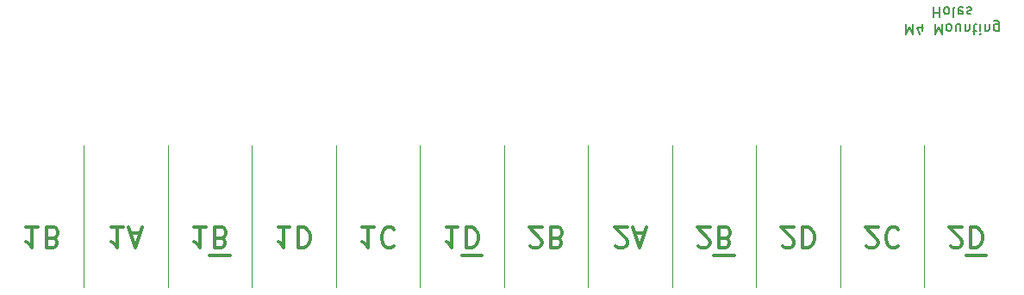
<source format=gbr>
%TF.GenerationSoftware,KiCad,Pcbnew,5.1.10*%
%TF.CreationDate,2021-12-02T21:41:10+00:00*%
%TF.ProjectId,ELE3044 - Tractor Tracker,454c4533-3034-4342-902d-205472616374,rev?*%
%TF.SameCoordinates,Original*%
%TF.FileFunction,Legend,Bot*%
%TF.FilePolarity,Positive*%
%FSLAX46Y46*%
G04 Gerber Fmt 4.6, Leading zero omitted, Abs format (unit mm)*
G04 Created by KiCad (PCBNEW 5.1.10) date 2021-12-02 21:41:10*
%MOMM*%
%LPD*%
G01*
G04 APERTURE LIST*
%ADD10C,0.150000*%
%ADD11C,0.120000*%
%ADD12C,0.300000*%
G04 APERTURE END LIST*
D10*
X189452380Y-138072619D02*
X189452380Y-139072619D01*
X189785714Y-138358333D01*
X190119047Y-139072619D01*
X190119047Y-138072619D01*
X191023809Y-138739285D02*
X191023809Y-138072619D01*
X190785714Y-139120238D02*
X190547619Y-138405952D01*
X191166666Y-138405952D01*
X192309523Y-138072619D02*
X192309523Y-139072619D01*
X192642857Y-138358333D01*
X192976190Y-139072619D01*
X192976190Y-138072619D01*
X193595238Y-138072619D02*
X193500000Y-138120238D01*
X193452380Y-138167857D01*
X193404761Y-138263095D01*
X193404761Y-138548809D01*
X193452380Y-138644047D01*
X193500000Y-138691666D01*
X193595238Y-138739285D01*
X193738095Y-138739285D01*
X193833333Y-138691666D01*
X193880952Y-138644047D01*
X193928571Y-138548809D01*
X193928571Y-138263095D01*
X193880952Y-138167857D01*
X193833333Y-138120238D01*
X193738095Y-138072619D01*
X193595238Y-138072619D01*
X194785714Y-138739285D02*
X194785714Y-138072619D01*
X194357142Y-138739285D02*
X194357142Y-138215476D01*
X194404761Y-138120238D01*
X194500000Y-138072619D01*
X194642857Y-138072619D01*
X194738095Y-138120238D01*
X194785714Y-138167857D01*
X195261904Y-138739285D02*
X195261904Y-138072619D01*
X195261904Y-138644047D02*
X195309523Y-138691666D01*
X195404761Y-138739285D01*
X195547619Y-138739285D01*
X195642857Y-138691666D01*
X195690476Y-138596428D01*
X195690476Y-138072619D01*
X196023809Y-138739285D02*
X196404761Y-138739285D01*
X196166666Y-139072619D02*
X196166666Y-138215476D01*
X196214285Y-138120238D01*
X196309523Y-138072619D01*
X196404761Y-138072619D01*
X196738095Y-138072619D02*
X196738095Y-138739285D01*
X196738095Y-139072619D02*
X196690476Y-139025000D01*
X196738095Y-138977380D01*
X196785714Y-139025000D01*
X196738095Y-139072619D01*
X196738095Y-138977380D01*
X197214285Y-138739285D02*
X197214285Y-138072619D01*
X197214285Y-138644047D02*
X197261904Y-138691666D01*
X197357142Y-138739285D01*
X197500000Y-138739285D01*
X197595238Y-138691666D01*
X197642857Y-138596428D01*
X197642857Y-138072619D01*
X198547619Y-138739285D02*
X198547619Y-137929761D01*
X198500000Y-137834523D01*
X198452380Y-137786904D01*
X198357142Y-137739285D01*
X198214285Y-137739285D01*
X198119047Y-137786904D01*
X198547619Y-138120238D02*
X198452380Y-138072619D01*
X198261904Y-138072619D01*
X198166666Y-138120238D01*
X198119047Y-138167857D01*
X198071428Y-138263095D01*
X198071428Y-138548809D01*
X198119047Y-138644047D01*
X198166666Y-138691666D01*
X198261904Y-138739285D01*
X198452380Y-138739285D01*
X198547619Y-138691666D01*
X192166666Y-136422619D02*
X192166666Y-137422619D01*
X192166666Y-136946428D02*
X192738095Y-136946428D01*
X192738095Y-136422619D02*
X192738095Y-137422619D01*
X193357142Y-136422619D02*
X193261904Y-136470238D01*
X193214285Y-136517857D01*
X193166666Y-136613095D01*
X193166666Y-136898809D01*
X193214285Y-136994047D01*
X193261904Y-137041666D01*
X193357142Y-137089285D01*
X193500000Y-137089285D01*
X193595238Y-137041666D01*
X193642857Y-136994047D01*
X193690476Y-136898809D01*
X193690476Y-136613095D01*
X193642857Y-136517857D01*
X193595238Y-136470238D01*
X193500000Y-136422619D01*
X193357142Y-136422619D01*
X194261904Y-136422619D02*
X194166666Y-136470238D01*
X194119047Y-136565476D01*
X194119047Y-137422619D01*
X195023809Y-136470238D02*
X194928571Y-136422619D01*
X194738095Y-136422619D01*
X194642857Y-136470238D01*
X194595238Y-136565476D01*
X194595238Y-136946428D01*
X194642857Y-137041666D01*
X194738095Y-137089285D01*
X194928571Y-137089285D01*
X195023809Y-137041666D01*
X195071428Y-136946428D01*
X195071428Y-136851190D01*
X194595238Y-136755952D01*
X195452380Y-136470238D02*
X195547619Y-136422619D01*
X195738095Y-136422619D01*
X195833333Y-136470238D01*
X195880952Y-136565476D01*
X195880952Y-136613095D01*
X195833333Y-136708333D01*
X195738095Y-136755952D01*
X195595238Y-136755952D01*
X195500000Y-136803571D01*
X195452380Y-136898809D01*
X195452380Y-136946428D01*
X195500000Y-137041666D01*
X195595238Y-137089285D01*
X195738095Y-137089285D01*
X195833333Y-137041666D01*
D11*
X191252500Y-150000000D02*
X191252500Y-164000000D01*
X133467500Y-150000000D02*
X133467500Y-164000000D01*
X182997500Y-150000000D02*
X182997500Y-164000000D01*
X174742500Y-150000000D02*
X174742500Y-164000000D01*
X166487500Y-150000000D02*
X166487500Y-164000000D01*
X158232500Y-150000000D02*
X158232500Y-164000000D01*
X149977500Y-150000000D02*
X149977500Y-164000000D01*
X141722500Y-150000000D02*
X141722500Y-164000000D01*
X125212500Y-150000000D02*
X125212500Y-164000000D01*
X116957500Y-150000000D02*
X116957500Y-164000000D01*
X108702500Y-150000000D02*
X108702500Y-164000000D01*
D12*
X193808571Y-159904761D02*
X193903809Y-160000000D01*
X194094285Y-160095238D01*
X194570476Y-160095238D01*
X194760952Y-160000000D01*
X194856190Y-159904761D01*
X194951428Y-159714285D01*
X194951428Y-159523809D01*
X194856190Y-159238095D01*
X193713333Y-158095238D01*
X194951428Y-158095238D01*
X195332380Y-160830000D02*
X197332380Y-160830000D01*
X195808571Y-158095238D02*
X195808571Y-160095238D01*
X196284761Y-160095238D01*
X196570476Y-160000000D01*
X196760952Y-159809523D01*
X196856190Y-159619047D01*
X196951428Y-159238095D01*
X196951428Y-158952380D01*
X196856190Y-158571428D01*
X196760952Y-158380952D01*
X196570476Y-158190476D01*
X196284761Y-158095238D01*
X195808571Y-158095238D01*
X185553571Y-159904761D02*
X185648809Y-160000000D01*
X185839285Y-160095238D01*
X186315476Y-160095238D01*
X186505952Y-160000000D01*
X186601190Y-159904761D01*
X186696428Y-159714285D01*
X186696428Y-159523809D01*
X186601190Y-159238095D01*
X185458333Y-158095238D01*
X186696428Y-158095238D01*
X188696428Y-158285714D02*
X188601190Y-158190476D01*
X188315476Y-158095238D01*
X188125000Y-158095238D01*
X187839285Y-158190476D01*
X187648809Y-158380952D01*
X187553571Y-158571428D01*
X187458333Y-158952380D01*
X187458333Y-159238095D01*
X187553571Y-159619047D01*
X187648809Y-159809523D01*
X187839285Y-160000000D01*
X188125000Y-160095238D01*
X188315476Y-160095238D01*
X188601190Y-160000000D01*
X188696428Y-159904761D01*
X177298571Y-159904761D02*
X177393809Y-160000000D01*
X177584285Y-160095238D01*
X178060476Y-160095238D01*
X178250952Y-160000000D01*
X178346190Y-159904761D01*
X178441428Y-159714285D01*
X178441428Y-159523809D01*
X178346190Y-159238095D01*
X177203333Y-158095238D01*
X178441428Y-158095238D01*
X179298571Y-158095238D02*
X179298571Y-160095238D01*
X179774761Y-160095238D01*
X180060476Y-160000000D01*
X180250952Y-159809523D01*
X180346190Y-159619047D01*
X180441428Y-159238095D01*
X180441428Y-158952380D01*
X180346190Y-158571428D01*
X180250952Y-158380952D01*
X180060476Y-158190476D01*
X179774761Y-158095238D01*
X179298571Y-158095238D01*
X169043571Y-159904761D02*
X169138809Y-160000000D01*
X169329285Y-160095238D01*
X169805476Y-160095238D01*
X169995952Y-160000000D01*
X170091190Y-159904761D01*
X170186428Y-159714285D01*
X170186428Y-159523809D01*
X170091190Y-159238095D01*
X168948333Y-158095238D01*
X170186428Y-158095238D01*
X170567380Y-160830000D02*
X172567380Y-160830000D01*
X171710238Y-159142857D02*
X171995952Y-159047619D01*
X172091190Y-158952380D01*
X172186428Y-158761904D01*
X172186428Y-158476190D01*
X172091190Y-158285714D01*
X171995952Y-158190476D01*
X171805476Y-158095238D01*
X171043571Y-158095238D01*
X171043571Y-160095238D01*
X171710238Y-160095238D01*
X171900714Y-160000000D01*
X171995952Y-159904761D01*
X172091190Y-159714285D01*
X172091190Y-159523809D01*
X171995952Y-159333333D01*
X171900714Y-159238095D01*
X171710238Y-159142857D01*
X171043571Y-159142857D01*
X160931428Y-159904761D02*
X161026666Y-160000000D01*
X161217142Y-160095238D01*
X161693333Y-160095238D01*
X161883809Y-160000000D01*
X161979047Y-159904761D01*
X162074285Y-159714285D01*
X162074285Y-159523809D01*
X161979047Y-159238095D01*
X160836190Y-158095238D01*
X162074285Y-158095238D01*
X162836190Y-158666666D02*
X163788571Y-158666666D01*
X162645714Y-158095238D02*
X163312380Y-160095238D01*
X163979047Y-158095238D01*
X152533571Y-159904761D02*
X152628809Y-160000000D01*
X152819285Y-160095238D01*
X153295476Y-160095238D01*
X153485952Y-160000000D01*
X153581190Y-159904761D01*
X153676428Y-159714285D01*
X153676428Y-159523809D01*
X153581190Y-159238095D01*
X152438333Y-158095238D01*
X153676428Y-158095238D01*
X155200238Y-159142857D02*
X155485952Y-159047619D01*
X155581190Y-158952380D01*
X155676428Y-158761904D01*
X155676428Y-158476190D01*
X155581190Y-158285714D01*
X155485952Y-158190476D01*
X155295476Y-158095238D01*
X154533571Y-158095238D01*
X154533571Y-160095238D01*
X155200238Y-160095238D01*
X155390714Y-160000000D01*
X155485952Y-159904761D01*
X155581190Y-159714285D01*
X155581190Y-159523809D01*
X155485952Y-159333333D01*
X155390714Y-159238095D01*
X155200238Y-159142857D01*
X154533571Y-159142857D01*
X145421428Y-158095238D02*
X144278571Y-158095238D01*
X144850000Y-158095238D02*
X144850000Y-160095238D01*
X144659523Y-159809523D01*
X144469047Y-159619047D01*
X144278571Y-159523809D01*
X145802380Y-160830000D02*
X147802380Y-160830000D01*
X146278571Y-158095238D02*
X146278571Y-160095238D01*
X146754761Y-160095238D01*
X147040476Y-160000000D01*
X147230952Y-159809523D01*
X147326190Y-159619047D01*
X147421428Y-159238095D01*
X147421428Y-158952380D01*
X147326190Y-158571428D01*
X147230952Y-158380952D01*
X147040476Y-158190476D01*
X146754761Y-158095238D01*
X146278571Y-158095238D01*
X137166428Y-158095238D02*
X136023571Y-158095238D01*
X136595000Y-158095238D02*
X136595000Y-160095238D01*
X136404523Y-159809523D01*
X136214047Y-159619047D01*
X136023571Y-159523809D01*
X139166428Y-158285714D02*
X139071190Y-158190476D01*
X138785476Y-158095238D01*
X138595000Y-158095238D01*
X138309285Y-158190476D01*
X138118809Y-158380952D01*
X138023571Y-158571428D01*
X137928333Y-158952380D01*
X137928333Y-159238095D01*
X138023571Y-159619047D01*
X138118809Y-159809523D01*
X138309285Y-160000000D01*
X138595000Y-160095238D01*
X138785476Y-160095238D01*
X139071190Y-160000000D01*
X139166428Y-159904761D01*
X128911428Y-158095238D02*
X127768571Y-158095238D01*
X128340000Y-158095238D02*
X128340000Y-160095238D01*
X128149523Y-159809523D01*
X127959047Y-159619047D01*
X127768571Y-159523809D01*
X129768571Y-158095238D02*
X129768571Y-160095238D01*
X130244761Y-160095238D01*
X130530476Y-160000000D01*
X130720952Y-159809523D01*
X130816190Y-159619047D01*
X130911428Y-159238095D01*
X130911428Y-158952380D01*
X130816190Y-158571428D01*
X130720952Y-158380952D01*
X130530476Y-158190476D01*
X130244761Y-158095238D01*
X129768571Y-158095238D01*
X120656428Y-158095238D02*
X119513571Y-158095238D01*
X120085000Y-158095238D02*
X120085000Y-160095238D01*
X119894523Y-159809523D01*
X119704047Y-159619047D01*
X119513571Y-159523809D01*
X121037380Y-160830000D02*
X123037380Y-160830000D01*
X122180238Y-159142857D02*
X122465952Y-159047619D01*
X122561190Y-158952380D01*
X122656428Y-158761904D01*
X122656428Y-158476190D01*
X122561190Y-158285714D01*
X122465952Y-158190476D01*
X122275476Y-158095238D01*
X121513571Y-158095238D01*
X121513571Y-160095238D01*
X122180238Y-160095238D01*
X122370714Y-160000000D01*
X122465952Y-159904761D01*
X122561190Y-159714285D01*
X122561190Y-159523809D01*
X122465952Y-159333333D01*
X122370714Y-159238095D01*
X122180238Y-159142857D01*
X121513571Y-159142857D01*
X112544285Y-158095238D02*
X111401428Y-158095238D01*
X111972857Y-158095238D02*
X111972857Y-160095238D01*
X111782380Y-159809523D01*
X111591904Y-159619047D01*
X111401428Y-159523809D01*
X113306190Y-158666666D02*
X114258571Y-158666666D01*
X113115714Y-158095238D02*
X113782380Y-160095238D01*
X114449047Y-158095238D01*
X104146428Y-158095238D02*
X103003571Y-158095238D01*
X103575000Y-158095238D02*
X103575000Y-160095238D01*
X103384523Y-159809523D01*
X103194047Y-159619047D01*
X103003571Y-159523809D01*
X105670238Y-159142857D02*
X105955952Y-159047619D01*
X106051190Y-158952380D01*
X106146428Y-158761904D01*
X106146428Y-158476190D01*
X106051190Y-158285714D01*
X105955952Y-158190476D01*
X105765476Y-158095238D01*
X105003571Y-158095238D01*
X105003571Y-160095238D01*
X105670238Y-160095238D01*
X105860714Y-160000000D01*
X105955952Y-159904761D01*
X106051190Y-159714285D01*
X106051190Y-159523809D01*
X105955952Y-159333333D01*
X105860714Y-159238095D01*
X105670238Y-159142857D01*
X105003571Y-159142857D01*
M02*

</source>
